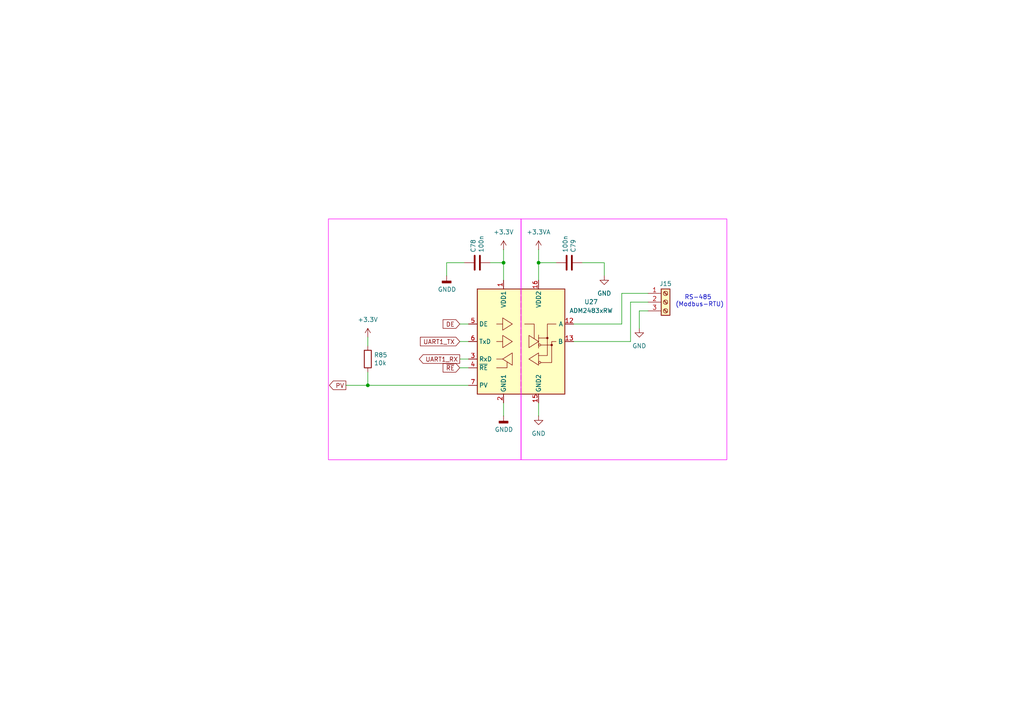
<source format=kicad_sch>
(kicad_sch (version 20250114) (generator "eeschema") (generator_version "9.0")
  (paper "A4")
  (lib_symbols
    (symbol "Connector:Screw_Terminal_01x03" (pin_names (offset 1.016) (hide yes))
      (property "Reference" "J" (at 0 5.08 0))
      (property "Value" "Screw_Terminal_01x03" (at 0 -5.08 0))
      (symbol "Screw_Terminal_01x03_1_1"
        (rectangle (start -1.27 3.81) (end 1.27 -3.81) (stroke (width 0.254)) (fill (type background)))
        (polyline (pts (xy -0.5334 2.8702) (xy 0.3302 2.032)) (stroke (width 0.1524)))
        (polyline (pts (xy -0.5334 0.3302) (xy 0.3302 -0.508)) (stroke (width 0.1524)))
        (polyline (pts (xy -0.5334 -2.2098) (xy 0.3302 -3.048)) (stroke (width 0.1524)))
        (polyline (pts (xy -0.3556 3.048) (xy 0.508 2.2098)) (stroke (width 0.1524)))
        (polyline (pts (xy -0.3556 0.508) (xy 0.508 -0.3302)) (stroke (width 0.1524)))
        (polyline (pts (xy -0.3556 -2.032) (xy 0.508 -2.8702)) (stroke (width 0.1524)))
        (circle (center 0 2.54) (radius 0.635) (stroke (width 0.1524)))
        (circle (center 0 0) (radius 0.635) (stroke (width 0.1524)))
        (circle (center 0 -2.54) (radius 0.635) (stroke (width 0.1524)))
        (pin passive line (at -5.08 2.54 0) (length 3.81) (name "Pin_1") (number "1"))
        (pin passive line (at -5.08 0 0) (length 3.81) (name "Pin_2") (number "2"))
        (pin passive line (at -5.08 -2.54 0) (length 3.81) (name "Pin_3") (number "3"))
      )
    )
    (symbol "Device:C" (pin_numbers (hide yes)) (pin_names (offset 0.254))
      (property "Reference" "C" (at 0.635 2.54 0))
      (property "Value" "C" (at 0.635 -2.54 0))
      (symbol "C_0_1"
        (polyline (pts (xy -2.032 0.762) (xy 2.032 0.762)) (stroke (width 0.508)))
        (polyline (pts (xy -2.032 -0.762) (xy 2.032 -0.762)) (stroke (width 0.508)))
      )
      (symbol "C_1_1"
        (pin passive line (at 0 3.81 270) (length 2.794) (name "~") (number "1"))
        (pin passive line (at 0 -3.81 90) (length 2.794) (name "~") (number "2"))
      )
    )
    (symbol "Device:R" (pin_numbers (hide yes)) (pin_names (offset 0))
      (property "Reference" "R" (at 2.032 0 90))
      (property "Value" "R" (at 0 0 90))
      (symbol "R_0_1"
        (rectangle (start -1.016 -2.54) (end 1.016 2.54) (stroke (width 0.254)))
      )
      (symbol "R_1_1"
        (pin passive line (at 0 3.81 270) (length 1.27) (name "~") (number "1"))
        (pin passive line (at 0 -3.81 90) (length 1.27) (name "~") (number "2"))
      )
    )
    (symbol "Interface_UART:ADM2483xRW"
      (property "Reference" "U" (at -12.7 16.51 0))
      (property "Value" "ADM2483xRW" (at 6.35 16.51 0))
      (symbol "ADM2483xRW_0_0"
        (polyline (pts (xy 0 14.986) (xy 0 13.716)))
        (polyline (pts (xy 0 13.081) (xy 0 11.811)))
        (polyline (pts (xy 0 11.176) (xy 0 9.906)))
        (polyline (pts (xy 0 9.271) (xy 0 8.001)))
        (polyline (pts (xy 0 7.366) (xy 0 6.096)))
        (polyline (pts (xy 0 5.461) (xy 0 4.191)))
        (polyline (pts (xy 0 3.556) (xy 0 2.286)))
        (polyline (pts (xy 0 1.651) (xy 0 0.381)))
        (polyline (pts (xy 0 -0.254) (xy 0 -1.524)))
        (polyline (pts (xy 0 -2.159) (xy 0 -3.429)))
        (polyline (pts (xy 0 -4.064) (xy 0 -5.334)))
        (polyline (pts (xy 0 -5.969) (xy 0 -7.239)))
        (polyline (pts (xy 0 -7.874) (xy 0 -9.144)))
        (polyline (pts (xy 0 -9.779) (xy 0 -11.049)))
        (polyline (pts (xy 0 -11.684) (xy 0 -12.954)))
        (polyline (pts (xy 0 -13.589) (xy 0 -14.859)))
      )
      (symbol "ADM2483xRW_0_1"
        (rectangle (start -12.7 15.24) (end 12.7 -15.24) (stroke (width 0.254)) (fill (type background)))
        (polyline (pts (xy -7.112 -7.62) (xy -4.064 -7.62) (xy -4.064 -5.969)))
        (polyline (pts (xy -5.334 5.08) (xy -7.112 5.08)))
        (polyline (pts (xy -5.334 0) (xy -7.112 0)))
        (polyline (pts (xy -5.334 -5.08) (xy -7.112 -5.08)))
        (polyline (pts (xy -5.334 -5.08) (xy -2.54 -3.302) (xy -2.54 -6.858) (xy -5.334 -5.08)))
        (polyline (pts (xy -2.54 5.08) (xy -5.334 6.858) (xy -5.334 3.302) (xy -2.54 5.08)))
        (polyline (pts (xy -2.54 0) (xy -5.334 1.778) (xy -5.334 -1.778) (xy -2.54 0)))
        (polyline (pts (xy 1.016 5.08) (xy 3.81 5.08) (xy 3.81 0.889)))
        (polyline (pts (xy 2.286 -5.08) (xy 5.08 -3.302) (xy 5.08 -6.858) (xy 2.286 -5.08)))
        (polyline (pts (xy 5.08 1.905) (xy 5.08 -1.905)))
        (polyline (pts (xy 5.08 1.016) (xy 7.62 1.016)))
        (polyline (pts (xy 5.08 0) (xy 2.286 1.778) (xy 2.286 -1.778) (xy 5.08 0)))
        (polyline (pts (xy 5.08 -4.064) (xy 7.62 -4.064) (xy 7.62 5.08) (xy 10.16 5.08)))
        (circle (center 5.3848 -0.9906) (radius 0.3048))
        (circle (center 5.3848 -6.0706) (radius 0.3048))
        (polyline (pts (xy 5.715 -1.016) (xy 8.89 -1.016)))
        (polyline (pts (xy 5.715 -6.096) (xy 8.89 -6.096) (xy 8.89 0) (xy 10.16 0)))
        (circle (center 7.62 1.016) (radius 0.254) (fill (type outline)))
        (circle (center 8.89 -1.016) (radius 0.254) (fill (type outline)))
      )
      (symbol "ADM2483xRW_1_1"
        (pin input line (at -15.24 5.08 0) (length 2.54) (name "DE") (number "5"))
        (pin input line (at -15.24 0 0) (length 2.54) (name "TxD") (number "6"))
        (pin output line (at -15.24 -5.08 0) (length 2.54) (name "RxD") (number "3"))
        (pin input line (at -15.24 -7.62 0) (length 2.54) (name "~{RE}") (number "4"))
        (pin input line (at -15.24 -12.7 0) (length 2.54) (name "PV") (number "7"))
        (pin power_in line (at -5.08 17.78 270) (length 2.54) (name "VDD1") (number "1"))
        (pin power_in line (at -5.08 -17.78 90) (length 2.54) (name "GND1") (number "2"))
        (pin passive line (at -5.08 -17.78 90) (length 2.54) (hide yes) (name "GND1") (number "8"))
        (pin power_in line (at 5.08 17.78 270) (length 2.54) (name "VDD2") (number "16"))
        (pin power_in line (at 5.08 -17.78 90) (length 2.54) (name "GND2") (number "15"))
        (pin passive line (at 5.08 -17.78 90) (length 2.54) (hide yes) (name "GND2") (number "9"))
        (pin no_connect line (at 7.62 -15.24 90) (length 2.54) (hide yes) (name "NC") (number "10"))
        (pin no_connect line (at 12.7 7.62 180) (length 2.54) (hide yes) (name "NC") (number "14"))
        (pin no_connect line (at 12.7 -7.62 180) (length 2.54) (hide yes) (name "NC") (number "11"))
        (pin bidirectional line (at 15.24 5.08 180) (length 2.54) (name "A") (number "12"))
        (pin bidirectional line (at 15.24 0 180) (length 2.54) (name "B") (number "13"))
      )
    )
    (symbol "power:+3.3V" (power) (pin_numbers (hide yes)) (pin_names (offset 0) (hide yes))
      (property "Value" "+3.3V" (at 0 3.556 0))
      (symbol "+3.3V_0_1"
        (polyline (pts (xy -0.762 1.27) (xy 0 2.54)))
        (polyline (pts (xy 0 2.54) (xy 0.762 1.27)))
        (polyline (pts (xy 0 0) (xy 0 2.54)))
      )
      (symbol "+3.3V_1_1"
        (pin power_in line (at 0 0 90) (length 0) (name "~") (number "1"))
      )
    )
    (symbol "power:+3.3VA" (power) (pin_numbers (hide yes)) (pin_names (offset 0) (hide yes))
      (property "Value" "+3.3VA" (at 0 3.556 0))
      (symbol "+3.3VA_0_1"
        (polyline (pts (xy -0.762 1.27) (xy 0 2.54)))
        (polyline (pts (xy 0 2.54) (xy 0.762 1.27)))
        (polyline (pts (xy 0 0) (xy 0 2.54)))
      )
      (symbol "+3.3VA_1_1"
        (pin power_in line (at 0 0 90) (length 0) (name "~") (number "1"))
      )
    )
    (symbol "power:GND" (power) (pin_numbers (hide yes)) (pin_names (offset 0) (hide yes))
      (property "Value" "GND" (at 0 -3.81 0))
      (symbol "GND_0_1"
        (polyline (pts (xy 0 0) (xy 0 -1.27) (xy 1.27 -1.27) (xy 0 -2.54) (xy -1.27 -1.27) (xy 0 -1.27)))
      )
      (symbol "GND_1_1"
        (pin power_in line (at 0 0 270) (length 0) (name "~") (number "1"))
      )
    )
    (symbol "power:GNDD" (power) (pin_numbers (hide yes)) (pin_names (offset 0) (hide yes))
      (property "Value" "GNDD" (at 0 -3.175 0))
      (symbol "GNDD_0_1"
        (rectangle (start -1.27 -1.524) (end 1.27 -2.032) (stroke (width 0.254)) (fill (type outline)))
        (polyline (pts (xy 0 0) (xy 0 -1.524)))
      )
      (symbol "GNDD_1_1"
        (pin power_in line (at 0 0 270) (length 0) (name "~") (number "1"))
      )
    )
  )
  (rectangle (start 95.25 63.5) (end 151.13 133.35) (stroke (width 0) (color 255 0 249 1)))
  (rectangle (start 151.13 63.5) (end 210.82 133.35) (stroke (width 0) (color 251 0 255 1)))
  (text "RS-485 \n(Modbus-RTU)\n" (at 202.946 87.376 0) (effects (font (size 1.27 1.27))))
  (junction (at 156.21 76.2))
  (junction (at 146.05 76.2))
  (junction (at 106.68 111.76))
  (wire (pts (xy 156.21 116.84) (xy 156.21 120.65)))
  (wire (pts (xy 135.89 111.76) (xy 106.68 111.76)))
  (wire (pts (xy 134.62 76.2) (xy 129.54 76.2)))
  (wire (pts (xy 175.26 76.2) (xy 175.26 80.01)))
  (wire (pts (xy 142.24 76.2) (xy 146.05 76.2)))
  (wire (pts (xy 156.21 76.2) (xy 161.29 76.2)))
  (wire (pts (xy 182.88 87.63) (xy 182.88 99.06)))
  (wire (pts (xy 156.21 76.2) (xy 156.21 81.28)))
  (wire (pts (xy 106.68 97.79) (xy 106.68 100.33)))
  (wire (pts (xy 106.68 107.95) (xy 106.68 111.76)))
  (wire (pts (xy 180.34 93.98) (xy 166.37 93.98)))
  (wire (pts (xy 156.21 72.39) (xy 156.21 76.2)))
  (wire (pts (xy 146.05 76.2) (xy 146.05 81.28)))
  (wire (pts (xy 187.96 87.63) (xy 182.88 87.63)))
  (wire (pts (xy 133.35 106.68) (xy 135.89 106.68)))
  (wire (pts (xy 146.05 116.84) (xy 146.05 120.65)))
  (wire (pts (xy 185.42 90.17) (xy 187.96 90.17)))
  (wire (pts (xy 133.35 104.14) (xy 135.89 104.14)))
  (wire (pts (xy 180.34 85.09) (xy 187.96 85.09)))
  (wire (pts (xy 129.54 76.2) (xy 129.54 80.01)))
  (wire (pts (xy 146.05 72.39) (xy 146.05 76.2)))
  (wire (pts (xy 180.34 85.09) (xy 180.34 93.98)))
  (wire (pts (xy 166.37 99.06) (xy 182.88 99.06)))
  (wire (pts (xy 100.33 111.76) (xy 106.68 111.76)))
  (wire (pts (xy 133.35 93.98) (xy 135.89 93.98)))
  (wire (pts (xy 133.35 99.06) (xy 135.89 99.06)))
  (wire (pts (xy 185.42 90.17) (xy 185.42 95.25)))
  (wire (pts (xy 168.91 76.2) (xy 175.26 76.2)))
  (global_label "~{RE}" (shape input) (at 133.35 106.68 180) (property "Intersheetrefs" "${INTERSHEET_REFS}" (effects (hide yes))))
  (global_label "UART1_RX" (shape output) (at 133.35 104.14 180) (property "Intersheetrefs" "${INTERSHEET_REFS}" (effects (hide yes))))
  (global_label "DE" (shape input) (at 133.35 93.98 180) (property "Intersheetrefs" "${INTERSHEET_REFS}" (effects (hide yes))))
  (global_label "PV" (shape output) (at 100.33 111.76 180) (property "Intersheetrefs" "${INTERSHEET_REFS}" (effects (hide yes))))
  (global_label "UART1_TX" (shape input) (at 133.35 99.06 180) (property "Intersheetrefs" "${INTERSHEET_REFS}" (effects (hide yes))))
  (symbol (lib_id "Connector:Screw_Terminal_01x03") (at 193.04 87.63 0) (unit 1)
    (property "Reference" "J15" (at 193.04 82.296 0))
    (property "Value" "Screw_Terminal_01x03" (effects (hide yes)))
    (property "Footprint" "TerminalBlock_Phoenix:TerminalBlock_Phoenix_MKDS-3-3-5.08_1x03_P5.08mm_Horizontal" (effects (hide yes)))
    (property "Order code Farnell" "963-2689" (effects (hide yes)))
  )
  (symbol (lib_id "Device:C") (at 165.1 76.2 270) (mirror x) (unit 1)
    (property "Reference" "C79" (at 166.2684 73.279 0) (effects (justify left)))
    (property "Value" "100n" (at 163.957 73.279 0) (effects (justify left)))
    (property "Footprint" "Capacitor_SMD:C_1206_3216Metric" (effects (hide yes)))
    (property "Order code Farnell" "1907339" (effects (hide yes)))
    (property "Voltage" "250V" (effects (hide yes)))
  )
  (symbol (lib_id "power:GND") (at 175.26 80.01 0) (unit 1)
    (property "Reference" "#PWR0180" (effects (hide yes)))
    (property "Value" "GND" (at 175.26 85.09 0))
    (property "Description" "Power symbol creates a global label with name \"GND\" , ground" (effects (hide yes)))
  )
  (symbol (lib_id "power:GNDD") (at 146.05 120.65 0) (unit 1)
    (property "Reference" "#PWR0177" (effects (hide yes)))
    (property "Value" "GNDD" (at 146.1516 124.587 0))
  )
  (symbol (lib_id "power:GND") (at 185.42 95.25 0) (unit 1)
    (property "Reference" "#PWR0181" (effects (hide yes)))
    (property "Value" "GND" (at 185.42 100.33 0))
    (property "Description" "Power symbol creates a global label with name \"GND\" , ground" (effects (hide yes)))
  )
  (symbol (lib_id "Device:R") (at 106.68 104.14 0) (unit 1)
    (property "Reference" "R85" (at 108.458 102.9716 0) (effects (justify left)))
    (property "Value" "10k" (at 108.458 105.283 0) (effects (justify left)))
    (property "Footprint" "Capacitor_SMD:C_1206_3216Metric" (effects (hide yes)))
    (property "Order code Farnell" "4260885" (effects (hide yes)))
  )
  (symbol (lib_id "Interface_UART:ADM2483xRW") (at 151.13 99.06 0) (unit 1)
    (property "Reference" "U27" (at 171.45 87.5598 0))
    (property "Value" "ADM2483xRW" (at 171.45 90.0998 0))
    (property "Footprint" "Package_SO:SOIC-16W_7.5x10.3mm_P1.27mm" (effects (hide yes)))
    (property "Datasheet" "https://www.analog.com/media/en/technical-documentation/data-sheets/adm2483.pdf" (effects (hide yes)))
    (property "Description" "Isolated RS485/RS422 Transceiver, Half-Duplex, 500kbps, SOIC-16W" (effects (hide yes)))
    (property "Order Code Farnell" "4023784RL" (effects (hide yes)))
  )
  (symbol (lib_id "power:+3.3V") (at 106.68 97.79 0) (unit 1)
    (property "Reference" "#PWR0174" (effects (hide yes)))
    (property "Value" "+3.3V" (at 106.68 92.71 0))
    (property "Description" "Power symbol creates a global label with name \"+3.3V\"" (effects (hide yes)))
  )
  (symbol (lib_id "power:GNDD") (at 129.54 80.01 0) (unit 1)
    (property "Reference" "#PWR0175" (effects (hide yes)))
    (property "Value" "GNDD" (at 129.6416 83.947 0))
  )
  (symbol (lib_id "power:+3.3VA") (at 156.21 72.39 0) (unit 1)
    (property "Reference" "#PWR0178" (effects (hide yes)))
    (property "Value" "+3.3VA" (at 156.21 67.31 0))
    (property "Description" "Power symbol creates a global label with name \"+3.3VA\"" (effects (hide yes)))
  )
  (symbol (lib_id "power:+3.3V") (at 146.05 72.39 0) (unit 1)
    (property "Reference" "#PWR0176" (effects (hide yes)))
    (property "Value" "+3.3V" (at 146.05 67.31 0))
    (property "Description" "Power symbol creates a global label with name \"+3.3V\"" (effects (hide yes)))
  )
  (symbol (lib_id "power:GND") (at 156.21 120.65 0) (unit 1)
    (property "Reference" "#PWR0179" (effects (hide yes)))
    (property "Value" "GND" (at 156.21 125.73 0))
    (property "Description" "Power symbol creates a global label with name \"GND\" , ground" (effects (hide yes)))
  )
  (symbol (lib_id "Device:C") (at 138.43 76.2 90) (unit 1)
    (property "Reference" "C78" (at 137.2616 73.279 0) (effects (justify left)))
    (property "Value" "100n" (at 139.573 73.279 0) (effects (justify left)))
    (property "Footprint" "Capacitor_SMD:C_1206_3216Metric" (effects (hide yes)))
    (property "Order code Farnell" "1907339" (effects (hide yes)))
    (property "Voltage" "250V" (effects (hide yes)))
  )
)
</source>
